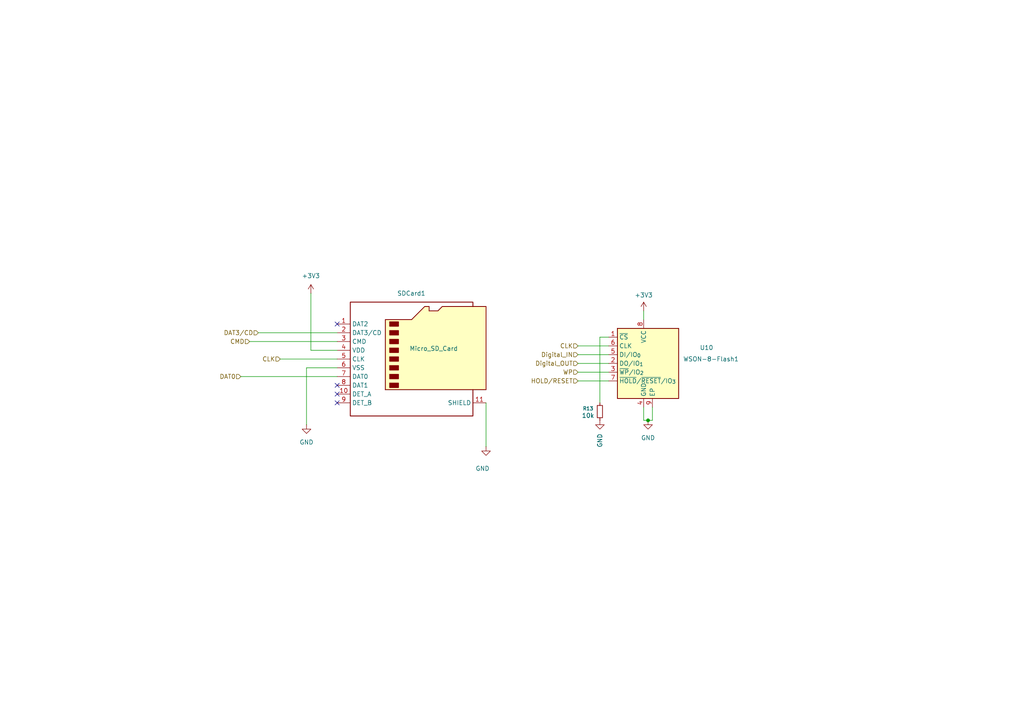
<source format=kicad_sch>
(kicad_sch (version 20250114) (generator "eeschema") (generator_version "9.0")
  (paper "A4")
  (lib_symbols
    (symbol "Connector:Micro_SD_Card_Det_Hirose_DM3AT"
      (property "Reference" "J" (at -16.51 17.78 0))
      (property "Value" "Micro_SD_Card_Det_Hirose_DM3AT" (at 16.51 17.78 0))
      (symbol "Micro_SD_Card_Det_Hirose_DM3AT_0_1"
        (polyline (pts (xy -8.89 -8.89) (xy -8.89 11.43) (xy -1.27 11.43) (xy 2.54 15.24) (xy 3.81 15.24) (xy 3.81 13.97) (xy 6.35 13.97) (xy 7.62 15.24) (xy 20.32 15.24) (xy 20.32 -8.89) (xy -8.89 -8.89)) (stroke (width 0.254)) (fill (type background)))
        (rectangle (start -7.62 10.795) (end -5.08 9.525) (stroke (width 0.254)) (fill (type outline)))
        (rectangle (start -7.62 8.255) (end -5.08 6.985) (stroke (width 0.254)) (fill (type outline)))
        (rectangle (start -7.62 5.715) (end -5.08 4.445) (stroke (width 0.254)) (fill (type outline)))
        (rectangle (start -7.62 3.175) (end -5.08 1.905) (stroke (width 0.254)) (fill (type outline)))
        (rectangle (start -7.62 0.635) (end -5.08 -0.635) (stroke (width 0.254)) (fill (type outline)))
        (rectangle (start -7.62 -1.905) (end -5.08 -3.175) (stroke (width 0.254)) (fill (type outline)))
        (rectangle (start -7.62 -4.445) (end -5.08 -5.715) (stroke (width 0.254)) (fill (type outline)))
        (rectangle (start -7.62 -6.985) (end -5.08 -8.255) (stroke (width 0.254)) (fill (type outline)))
        (polyline (pts (xy 16.51 15.24) (xy 16.51 16.51) (xy -19.05 16.51) (xy -19.05 -16.51) (xy 16.51 -16.51) (xy 16.51 -8.89)) (stroke (width 0.254)))
      )
      (symbol "Micro_SD_Card_Det_Hirose_DM3AT_1_1"
        (pin bidirectional line (at -22.86 10.16 0) (length 3.81) (name "DAT2") (number "1"))
        (pin bidirectional line (at -22.86 7.62 0) (length 3.81) (name "DAT3/CD") (number "2"))
        (pin input line (at -22.86 5.08 0) (length 3.81) (name "CMD") (number "3"))
        (pin power_in line (at -22.86 2.54 0) (length 3.81) (name "VDD") (number "4"))
        (pin input line (at -22.86 0 0) (length 3.81) (name "CLK") (number "5"))
        (pin power_in line (at -22.86 -2.54 0) (length 3.81) (name "VSS") (number "6"))
        (pin bidirectional line (at -22.86 -5.08 0) (length 3.81) (name "DAT0") (number "7"))
        (pin bidirectional line (at -22.86 -7.62 0) (length 3.81) (name "DAT1") (number "8"))
        (pin passive line (at -22.86 -10.16 0) (length 3.81) (name "DET_A") (number "10"))
        (pin passive line (at -22.86 -12.7 0) (length 3.81) (name "DET_B") (number "9"))
        (pin passive line (at 20.32 -12.7 180) (length 3.81) (name "SHIELD") (number "11"))
      )
    )
    (symbol "Device:R_Small" (pin_numbers (hide yes)) (pin_names (offset 0.254) (hide yes))
      (property "Reference" "R" (at 0 0 90))
      (property "Value" "R_Small" (at 1.778 0 90))
      (symbol "R_Small_0_1"
        (rectangle (start -0.762 1.778) (end 0.762 -1.778) (stroke (width 0.2032)))
      )
      (symbol "R_Small_1_1"
        (pin passive line (at 0 2.54 270) (length 0.762) (name "~") (number "1"))
        (pin passive line (at 0 -2.54 90) (length 0.762) (name "~") (number "2"))
      )
    )
    (symbol "Memory_Flash:W25Q128JVE"
      (property "Reference" "U" (at -6.35 11.43 0))
      (property "Value" "W25Q128JVE" (at 7.62 11.43 0))
      (symbol "W25Q128JVE_0_1"
        (rectangle (start -7.62 10.16) (end 10.16 -10.16) (stroke (width 0.254)) (fill (type background)))
      )
      (symbol "W25Q128JVE_1_1"
        (pin input line (at -10.16 7.62 0) (length 2.54) (name "~{CS}") (number "1"))
        (pin input line (at -10.16 5.08 0) (length 2.54) (name "CLK") (number "6"))
        (pin bidirectional line (at -10.16 2.54 0) (length 2.54) (name "DI/IO_{0}") (number "5"))
        (pin bidirectional line (at -10.16 0 0) (length 2.54) (name "DO/IO_{1}") (number "2"))
        (pin bidirectional line (at -10.16 -2.54 0) (length 2.54) (name "~{WP}/IO_{2}") (number "3"))
        (pin bidirectional line (at -10.16 -5.08 0) (length 2.54) (name "~{HOLD}/~{RESET}/IO_{3}") (number "7"))
        (pin power_in line (at 0 12.7 270) (length 2.54) (name "VCC") (number "8"))
        (pin power_in line (at 0 -12.7 90) (length 2.54) (name "GND") (number "4"))
        (pin passive line (at 2.54 -12.7 90) (length 2.54) (name "EP") (number "9"))
      )
    )
    (symbol "power:+3V3" (power) (pin_numbers (hide yes)) (pin_names (offset 0) (hide yes))
      (property "Value" "+3V3" (at 0 3.556 0))
      (symbol "+3V3_0_1"
        (polyline (pts (xy -0.762 1.27) (xy 0 2.54)))
        (polyline (pts (xy 0 2.54) (xy 0.762 1.27)))
        (polyline (pts (xy 0 0) (xy 0 2.54)))
      )
      (symbol "+3V3_1_1"
        (pin power_in line (at 0 0 90) (length 0) (name "~") (number "1"))
      )
    )
    (symbol "power:GND" (power) (pin_numbers (hide yes)) (pin_names (offset 0) (hide yes))
      (property "Value" "GND" (at 0 -3.81 0))
      (symbol "GND_0_1"
        (polyline (pts (xy 0 0) (xy 0 -1.27) (xy 1.27 -1.27) (xy 0 -2.54) (xy -1.27 -1.27) (xy 0 -1.27)))
      )
      (symbol "GND_1_1"
        (pin power_in line (at 0 0 270) (length 0) (name "~") (number "1"))
      )
    )
  )
  (junction (at 187.96 121.92))
  (no_connect (at 97.79 111.76))
  (no_connect (at 97.79 114.3))
  (no_connect (at 97.79 93.98))
  (no_connect (at 97.79 116.84))
  (wire (pts (xy 88.9 106.68) (xy 97.79 106.68)))
  (wire (pts (xy 90.17 85.09) (xy 90.17 101.6)))
  (wire (pts (xy 90.17 101.6) (xy 97.79 101.6)))
  (wire (pts (xy 186.69 121.92) (xy 187.96 121.92)))
  (wire (pts (xy 189.23 121.92) (xy 187.96 121.92)))
  (wire (pts (xy 167.64 105.41) (xy 176.53 105.41)))
  (wire (pts (xy 186.69 90.17) (xy 186.69 92.71)))
  (wire (pts (xy 173.99 97.79) (xy 176.53 97.79)))
  (wire (pts (xy 167.64 102.87) (xy 176.53 102.87)))
  (wire (pts (xy 173.99 116.84) (xy 173.99 97.79)))
  (wire (pts (xy 167.64 107.95) (xy 176.53 107.95)))
  (wire (pts (xy 186.69 118.11) (xy 186.69 121.92)))
  (wire (pts (xy 81.28 104.14) (xy 97.79 104.14)))
  (wire (pts (xy 97.79 109.22) (xy 69.85 109.22)))
  (wire (pts (xy 140.97 116.84) (xy 140.97 129.54)))
  (wire (pts (xy 167.64 110.49) (xy 176.53 110.49)))
  (wire (pts (xy 189.23 118.11) (xy 189.23 121.92)))
  (wire (pts (xy 88.9 123.19) (xy 88.9 106.68)))
  (wire (pts (xy 167.64 100.33) (xy 176.53 100.33)))
  (wire (pts (xy 97.79 96.52) (xy 74.93 96.52)))
  (wire (pts (xy 97.79 99.06) (xy 72.39 99.06)))
  (hierarchical_label "Digital_IN" (shape input) (at 167.64 102.87 180))
  (hierarchical_label "CLK" (shape input) (at 167.64 100.33 180))
  (hierarchical_label "HOLD{slash}RESET" (shape input) (at 167.64 110.49 180))
  (hierarchical_label "CMD" (shape input) (at 72.39 99.06 180))
  (hierarchical_label "DAT0" (shape input) (at 69.85 109.22 180))
  (hierarchical_label "WP" (shape input) (at 167.64 107.95 180))
  (hierarchical_label "DAT3{slash}CD" (shape input) (at 74.93 96.52 180))
  (hierarchical_label "Digital_OUT" (shape input) (at 167.64 105.41 180))
  (hierarchical_label "CLK" (shape input) (at 81.28 104.14 180))
  (symbol (lib_id "Memory_Flash:W25Q128JVE") (at 186.69 105.41 0) (unit 1)
    (property "Reference" "WSON-8-Flash1" (at 198.12 104.1399 0) (effects (justify left)))
    (property "Value" "U10" (at 202.946 100.838 0) (effects (justify left)))
    (property "Footprint" "Package_SON:WSON-8-1EP_8x6mm_P1.27mm_EP3.4x4.3mm" (effects (hide yes)))
    (property "Datasheet" "https://www.winbond.com/resource-files/w25q128jv_dtr%20revc%2003272018%20plus.pdf" (effects (hide yes)))
    (property "Description" "128Mbit / 16MiB Serial Flash Memory, Standard/Dual/Quad SPI, 2.7-3.6V, WSON-8" (effects (hide yes)))
  )
  (symbol (lib_id "Connector:Micro_SD_Card_Det_Hirose_DM3AT") (at 120.65 104.14 0) (unit 1)
    (property "Reference" "SDCard1" (at 123.444 85.09 0) (effects (justify right)))
    (property "Value" "Micro_SD_Card" (at 132.842 101.092 0) (effects (justify right)))
    (property "Footprint" "Connector_Card:microSD_HC_Hirose_DM3AT-SF-PEJM5" (effects (hide yes)))
    (property "Datasheet" "https://www.hirose.com/product/en/download_file/key_name/DM3/category/Catalog/doc_file_id/49662/?file_category_id=4&item_id=195&is_series=1" (effects (hide yes)))
    (property "Description" "Micro SD Card Socket with card detection pins" (effects (hide yes)))
  )
  (symbol (lib_id "power:GND") (at 88.9 123.19 0) (unit 1)
    (property "Reference" "#PWR018" (effects (hide yes)))
    (property "Value" "GND" (at 88.9 128.27 0))
    (property "Description" "Power symbol creates a global label with name \"GND\" , ground" (effects (hide yes)))
  )
  (symbol (lib_id "power:GND") (at 187.96 121.92 0) (unit 1)
    (property "Reference" "#PWR05" (effects (hide yes)))
    (property "Value" "GND" (at 187.96 127 0))
    (property "Description" "Power symbol creates a global label with name \"GND\" , ground" (effects (hide yes)))
  )
  (symbol (lib_id "power:GND") (at 173.99 121.92 0) (unit 1)
    (property "Reference" "#PWR045" (effects (hide yes)))
    (property "Value" "GND" (at 173.9899 125.73 90) (effects (justify right)))
    (property "Description" "Power symbol creates a global label with name \"GND\" , ground" (effects (hide yes)))
  )
  (symbol (lib_id "Device:R_Small") (at 173.99 119.38 0) (unit 1)
    (property "Reference" "R13" (at 170.561 118.491 0) (effects (font (size 1.016 1.016))))
    (property "Value" "10k" (at 170.561 120.523 0))
    (property "Footprint" "Resistor:R0402" (effects (hide yes)))
    (property "Description" "Resistor, small symbol" (effects (hide yes)))
  )
  (symbol (lib_id "power:+3V3") (at 186.69 90.17 0) (unit 1)
    (property "Reference" "#PWR021" (effects (hide yes)))
    (property "Value" "+3V3" (at 186.69 85.598 0))
    (property "Description" "Power symbol creates a global label with name \"+3V3\"" (effects (hide yes)))
  )
  (symbol (lib_id "power:+3V3") (at 90.17 85.09 0) (unit 1)
    (property "Reference" "#PWR019" (effects (hide yes)))
    (property "Value" "+3V3" (at 90.17 80.01 0))
    (property "Description" "Power symbol creates a global label with name \"+3V3\"" (effects (hide yes)))
  )
  (symbol (lib_id "power:GND") (at 140.97 129.54 0) (unit 1)
    (property "Reference" "#PWR044" (effects (hide yes)))
    (property "Value" "GND" (at 139.954 135.89 0))
    (property "Description" "Power symbol creates a global label with name \"GND\" , ground" (effects (hide yes)))
  )
)
</source>
